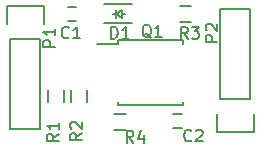
<source format=gto>
G04 #@! TF.FileFunction,Legend,Top*
%FSLAX46Y46*%
G04 Gerber Fmt 4.6, Leading zero omitted, Abs format (unit mm)*
G04 Created by KiCad (PCBNEW 0.201509051501+6156~29~ubuntu14.04.1-product) date Wed 20 Jan 2016 21:33:14 GMT*
%MOMM*%
G01*
G04 APERTURE LIST*
%ADD10C,0.100000*%
%ADD11C,0.150000*%
G04 APERTURE END LIST*
D10*
D11*
X222710000Y-102600000D02*
X222010000Y-102600000D01*
X222010000Y-101400000D02*
X222710000Y-101400000D01*
X226640000Y-102000000D02*
X226890000Y-102000000D01*
X226140000Y-102000000D02*
X225890000Y-102000000D01*
X226140000Y-102000000D02*
X226640000Y-101650000D01*
X226640000Y-101650000D02*
X226640000Y-102350000D01*
X226640000Y-102350000D02*
X226140000Y-102000000D01*
X226140000Y-101650000D02*
X226140000Y-102350000D01*
X225090000Y-102800000D02*
X227490000Y-102800000D01*
X225090000Y-101200000D02*
X227490000Y-101200000D01*
X226250000Y-104245000D02*
X226250000Y-104545000D01*
X231750000Y-104245000D02*
X231750000Y-104545000D01*
X231750000Y-109755000D02*
X231750000Y-109455000D01*
X226250000Y-109755000D02*
X226250000Y-109455000D01*
X226250000Y-104245000D02*
X231750000Y-104245000D01*
X226250000Y-109755000D02*
X231750000Y-109755000D01*
X226250000Y-104545000D02*
X224500000Y-104545000D01*
X221675000Y-108500000D02*
X221675000Y-109500000D01*
X220325000Y-109500000D02*
X220325000Y-108500000D01*
X223675000Y-108500000D02*
X223675000Y-109500000D01*
X222325000Y-109500000D02*
X222325000Y-108500000D01*
X232500000Y-102675000D02*
X231500000Y-102675000D01*
X231500000Y-101325000D02*
X232500000Y-101325000D01*
X225930000Y-110475000D02*
X226930000Y-110475000D01*
X226930000Y-111825000D02*
X225930000Y-111825000D01*
X217170000Y-104140000D02*
X217170000Y-111760000D01*
X219710000Y-104140000D02*
X219710000Y-111760000D01*
X219990000Y-101320000D02*
X219990000Y-102870000D01*
X217170000Y-111760000D02*
X219710000Y-111760000D01*
X219710000Y-104140000D02*
X217170000Y-104140000D01*
X216890000Y-102870000D02*
X216890000Y-101320000D01*
X216890000Y-101320000D02*
X219990000Y-101320000D01*
X237490000Y-109220000D02*
X237490000Y-101600000D01*
X234950000Y-109220000D02*
X234950000Y-101600000D01*
X234670000Y-112040000D02*
X234670000Y-110490000D01*
X237490000Y-101600000D02*
X234950000Y-101600000D01*
X234950000Y-109220000D02*
X237490000Y-109220000D01*
X237770000Y-110490000D02*
X237770000Y-112040000D01*
X237770000Y-112040000D02*
X234670000Y-112040000D01*
X230970000Y-110490000D02*
X231670000Y-110490000D01*
X231670000Y-111690000D02*
X230970000Y-111690000D01*
X222123334Y-103997143D02*
X222075715Y-104044762D01*
X221932858Y-104092381D01*
X221837620Y-104092381D01*
X221694762Y-104044762D01*
X221599524Y-103949524D01*
X221551905Y-103854286D01*
X221504286Y-103663810D01*
X221504286Y-103520952D01*
X221551905Y-103330476D01*
X221599524Y-103235238D01*
X221694762Y-103140000D01*
X221837620Y-103092381D01*
X221932858Y-103092381D01*
X222075715Y-103140000D01*
X222123334Y-103187619D01*
X223075715Y-104092381D02*
X222504286Y-104092381D01*
X222790000Y-104092381D02*
X222790000Y-103092381D01*
X222694762Y-103235238D01*
X222599524Y-103330476D01*
X222504286Y-103378095D01*
X225681905Y-104102381D02*
X225681905Y-103102381D01*
X225920000Y-103102381D01*
X226062858Y-103150000D01*
X226158096Y-103245238D01*
X226205715Y-103340476D01*
X226253334Y-103530952D01*
X226253334Y-103673810D01*
X226205715Y-103864286D01*
X226158096Y-103959524D01*
X226062858Y-104054762D01*
X225920000Y-104102381D01*
X225681905Y-104102381D01*
X227205715Y-104102381D02*
X226634286Y-104102381D01*
X226920000Y-104102381D02*
X226920000Y-103102381D01*
X226824762Y-103245238D01*
X226729524Y-103340476D01*
X226634286Y-103388095D01*
X229084762Y-104037619D02*
X228989524Y-103990000D01*
X228894286Y-103894762D01*
X228751429Y-103751905D01*
X228656190Y-103704286D01*
X228560952Y-103704286D01*
X228608571Y-103942381D02*
X228513333Y-103894762D01*
X228418095Y-103799524D01*
X228370476Y-103609048D01*
X228370476Y-103275714D01*
X228418095Y-103085238D01*
X228513333Y-102990000D01*
X228608571Y-102942381D01*
X228799048Y-102942381D01*
X228894286Y-102990000D01*
X228989524Y-103085238D01*
X229037143Y-103275714D01*
X229037143Y-103609048D01*
X228989524Y-103799524D01*
X228894286Y-103894762D01*
X228799048Y-103942381D01*
X228608571Y-103942381D01*
X229989524Y-103942381D02*
X229418095Y-103942381D01*
X229703809Y-103942381D02*
X229703809Y-102942381D01*
X229608571Y-103085238D01*
X229513333Y-103180476D01*
X229418095Y-103228095D01*
X221252381Y-112166666D02*
X220776190Y-112500000D01*
X221252381Y-112738095D02*
X220252381Y-112738095D01*
X220252381Y-112357142D01*
X220300000Y-112261904D01*
X220347619Y-112214285D01*
X220442857Y-112166666D01*
X220585714Y-112166666D01*
X220680952Y-112214285D01*
X220728571Y-112261904D01*
X220776190Y-112357142D01*
X220776190Y-112738095D01*
X221252381Y-111214285D02*
X221252381Y-111785714D01*
X221252381Y-111500000D02*
X220252381Y-111500000D01*
X220395238Y-111595238D01*
X220490476Y-111690476D01*
X220538095Y-111785714D01*
X223222381Y-112106666D02*
X222746190Y-112440000D01*
X223222381Y-112678095D02*
X222222381Y-112678095D01*
X222222381Y-112297142D01*
X222270000Y-112201904D01*
X222317619Y-112154285D01*
X222412857Y-112106666D01*
X222555714Y-112106666D01*
X222650952Y-112154285D01*
X222698571Y-112201904D01*
X222746190Y-112297142D01*
X222746190Y-112678095D01*
X222317619Y-111725714D02*
X222270000Y-111678095D01*
X222222381Y-111582857D01*
X222222381Y-111344761D01*
X222270000Y-111249523D01*
X222317619Y-111201904D01*
X222412857Y-111154285D01*
X222508095Y-111154285D01*
X222650952Y-111201904D01*
X223222381Y-111773333D01*
X223222381Y-111154285D01*
X232183334Y-104122381D02*
X231850000Y-103646190D01*
X231611905Y-104122381D02*
X231611905Y-103122381D01*
X231992858Y-103122381D01*
X232088096Y-103170000D01*
X232135715Y-103217619D01*
X232183334Y-103312857D01*
X232183334Y-103455714D01*
X232135715Y-103550952D01*
X232088096Y-103598571D01*
X231992858Y-103646190D01*
X231611905Y-103646190D01*
X232516667Y-103122381D02*
X233135715Y-103122381D01*
X232802381Y-103503333D01*
X232945239Y-103503333D01*
X233040477Y-103550952D01*
X233088096Y-103598571D01*
X233135715Y-103693810D01*
X233135715Y-103931905D01*
X233088096Y-104027143D01*
X233040477Y-104074762D01*
X232945239Y-104122381D01*
X232659524Y-104122381D01*
X232564286Y-104074762D01*
X232516667Y-104027143D01*
X227583334Y-112912381D02*
X227250000Y-112436190D01*
X227011905Y-112912381D02*
X227011905Y-111912381D01*
X227392858Y-111912381D01*
X227488096Y-111960000D01*
X227535715Y-112007619D01*
X227583334Y-112102857D01*
X227583334Y-112245714D01*
X227535715Y-112340952D01*
X227488096Y-112388571D01*
X227392858Y-112436190D01*
X227011905Y-112436190D01*
X228440477Y-112245714D02*
X228440477Y-112912381D01*
X228202381Y-111864762D02*
X227964286Y-112579048D01*
X228583334Y-112579048D01*
X220962381Y-104778095D02*
X219962381Y-104778095D01*
X219962381Y-104397142D01*
X220010000Y-104301904D01*
X220057619Y-104254285D01*
X220152857Y-104206666D01*
X220295714Y-104206666D01*
X220390952Y-104254285D01*
X220438571Y-104301904D01*
X220486190Y-104397142D01*
X220486190Y-104778095D01*
X220962381Y-103254285D02*
X220962381Y-103825714D01*
X220962381Y-103540000D02*
X219962381Y-103540000D01*
X220105238Y-103635238D01*
X220200476Y-103730476D01*
X220248095Y-103825714D01*
X234702381Y-104358095D02*
X233702381Y-104358095D01*
X233702381Y-103977142D01*
X233750000Y-103881904D01*
X233797619Y-103834285D01*
X233892857Y-103786666D01*
X234035714Y-103786666D01*
X234130952Y-103834285D01*
X234178571Y-103881904D01*
X234226190Y-103977142D01*
X234226190Y-104358095D01*
X233797619Y-103405714D02*
X233750000Y-103358095D01*
X233702381Y-103262857D01*
X233702381Y-103024761D01*
X233750000Y-102929523D01*
X233797619Y-102881904D01*
X233892857Y-102834285D01*
X233988095Y-102834285D01*
X234130952Y-102881904D01*
X234702381Y-103453333D01*
X234702381Y-102834285D01*
X232483334Y-112717143D02*
X232435715Y-112764762D01*
X232292858Y-112812381D01*
X232197620Y-112812381D01*
X232054762Y-112764762D01*
X231959524Y-112669524D01*
X231911905Y-112574286D01*
X231864286Y-112383810D01*
X231864286Y-112240952D01*
X231911905Y-112050476D01*
X231959524Y-111955238D01*
X232054762Y-111860000D01*
X232197620Y-111812381D01*
X232292858Y-111812381D01*
X232435715Y-111860000D01*
X232483334Y-111907619D01*
X232864286Y-111907619D02*
X232911905Y-111860000D01*
X233007143Y-111812381D01*
X233245239Y-111812381D01*
X233340477Y-111860000D01*
X233388096Y-111907619D01*
X233435715Y-112002857D01*
X233435715Y-112098095D01*
X233388096Y-112240952D01*
X232816667Y-112812381D01*
X233435715Y-112812381D01*
M02*

</source>
